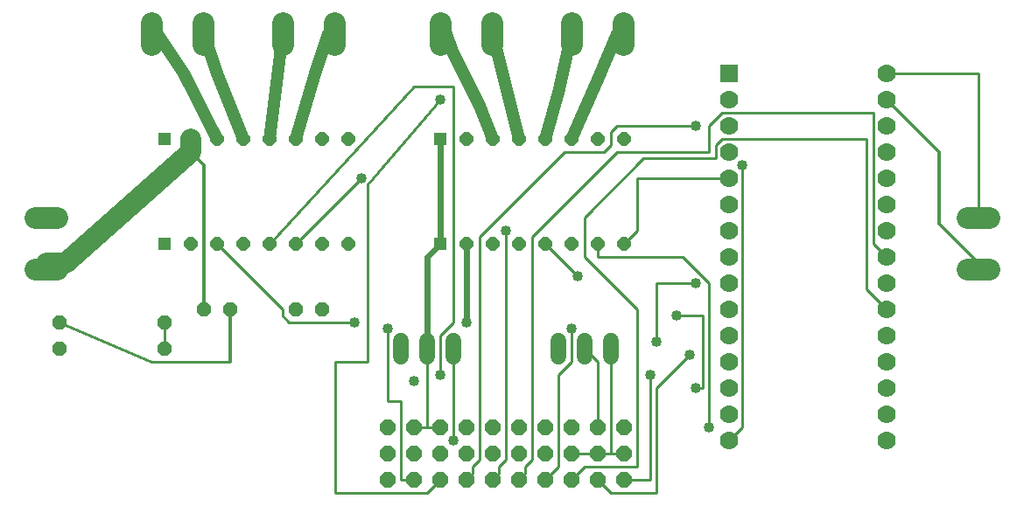
<source format=gbl>
G75*
%MOIN*%
%OFA0B0*%
%FSLAX25Y25*%
%IPPOS*%
%LPD*%
%AMOC8*
5,1,8,0,0,1.08239X$1,22.5*
%
%ADD10OC8,0.05200*%
%ADD11C,0.08250*%
%ADD12C,0.06000*%
%ADD13OC8,0.06000*%
%ADD14R,0.07000X0.07000*%
%ADD15C,0.07000*%
%ADD16R,0.05150X0.05150*%
%ADD17OC8,0.05150*%
%ADD18C,0.04500*%
%ADD19C,0.01000*%
%ADD20C,0.01200*%
%ADD21C,0.02400*%
%ADD22C,0.08000*%
%ADD23C,0.04000*%
D10*
X0051300Y0061000D03*
X0051300Y0071000D03*
X0091300Y0071000D03*
X0106300Y0076000D03*
X0116300Y0076000D03*
X0141300Y0076000D03*
X0151300Y0076000D03*
X0091300Y0061000D03*
D11*
X0050425Y0091157D02*
X0042175Y0091157D01*
X0042175Y0110843D02*
X0050425Y0110843D01*
X0086457Y0176875D02*
X0086457Y0185125D01*
X0106143Y0185125D02*
X0106143Y0176875D01*
X0136457Y0176875D02*
X0136457Y0185125D01*
X0156143Y0185125D02*
X0156143Y0176875D01*
X0196457Y0176875D02*
X0196457Y0185125D01*
X0216143Y0185125D02*
X0216143Y0176875D01*
X0246457Y0176875D02*
X0246457Y0185125D01*
X0266143Y0185125D02*
X0266143Y0176875D01*
X0397175Y0110843D02*
X0405425Y0110843D01*
X0405425Y0091157D02*
X0397175Y0091157D01*
D12*
X0261300Y0064000D02*
X0261300Y0058000D01*
X0251300Y0058000D02*
X0251300Y0064000D01*
X0241300Y0064000D02*
X0241300Y0058000D01*
X0201300Y0058000D02*
X0201300Y0064000D01*
X0191300Y0064000D02*
X0191300Y0058000D01*
X0181300Y0058000D02*
X0181300Y0064000D01*
D13*
X0176300Y0031000D03*
X0186300Y0031000D03*
X0196300Y0031000D03*
X0206300Y0031000D03*
X0216300Y0031000D03*
X0226300Y0031000D03*
X0236300Y0031000D03*
X0246300Y0031000D03*
X0256300Y0031000D03*
X0266300Y0031000D03*
X0266300Y0021000D03*
X0256300Y0021000D03*
X0246300Y0021000D03*
X0236300Y0021000D03*
X0226300Y0021000D03*
X0216300Y0021000D03*
X0206300Y0021000D03*
X0196300Y0021000D03*
X0186300Y0021000D03*
X0176300Y0021000D03*
X0176300Y0011000D03*
X0186300Y0011000D03*
X0196300Y0011000D03*
X0206300Y0011000D03*
X0216300Y0011000D03*
X0226300Y0011000D03*
X0236300Y0011000D03*
X0246300Y0011000D03*
X0256300Y0011000D03*
X0266300Y0011000D03*
D14*
X0306300Y0166000D03*
D15*
X0306300Y0156000D03*
X0306300Y0146000D03*
X0306300Y0136000D03*
X0306300Y0126000D03*
X0306300Y0116000D03*
X0306300Y0106000D03*
X0306300Y0096000D03*
X0306300Y0086000D03*
X0306300Y0076000D03*
X0306300Y0066000D03*
X0306300Y0056000D03*
X0306300Y0046000D03*
X0306300Y0036000D03*
X0306300Y0026000D03*
X0366300Y0026000D03*
X0366300Y0036000D03*
X0366300Y0046000D03*
X0366300Y0056000D03*
X0366300Y0066000D03*
X0366300Y0076000D03*
X0366300Y0086000D03*
X0366300Y0096000D03*
X0366300Y0106000D03*
X0366300Y0116000D03*
X0366300Y0126000D03*
X0366300Y0136000D03*
X0366300Y0146000D03*
X0366300Y0156000D03*
X0366300Y0166000D03*
D16*
X0196300Y0141000D03*
X0196300Y0101000D03*
X0091300Y0101000D03*
X0091300Y0141000D03*
D17*
X0101300Y0141000D03*
X0111300Y0141000D03*
X0121300Y0141000D03*
X0131300Y0141000D03*
X0141300Y0141000D03*
X0151300Y0141000D03*
X0161300Y0141000D03*
X0206300Y0141000D03*
X0216300Y0141000D03*
X0226300Y0141000D03*
X0236300Y0141000D03*
X0246300Y0141000D03*
X0256300Y0141000D03*
X0266300Y0141000D03*
X0266300Y0101000D03*
X0256300Y0101000D03*
X0246300Y0101000D03*
X0236300Y0101000D03*
X0226300Y0101000D03*
X0216300Y0101000D03*
X0206300Y0101000D03*
X0161300Y0101000D03*
X0151300Y0101000D03*
X0141300Y0101000D03*
X0131300Y0101000D03*
X0121300Y0101000D03*
X0111300Y0101000D03*
X0101300Y0101000D03*
D18*
X0111300Y0141000D02*
X0098800Y0166000D01*
X0088800Y0181000D01*
X0106300Y0181000D02*
X0111300Y0166000D01*
X0121300Y0141000D01*
X0131300Y0141000D02*
X0136300Y0181000D01*
X0153800Y0181000D02*
X0148800Y0166000D01*
X0141300Y0141000D01*
X0201300Y0173500D02*
X0198800Y0181000D01*
X0201300Y0173500D02*
X0211300Y0153500D01*
X0216300Y0141000D01*
X0226300Y0141000D02*
X0216300Y0181000D01*
X0246300Y0181000D02*
X0241300Y0158500D01*
X0236300Y0141000D01*
X0246300Y0141000D02*
X0256300Y0163500D01*
X0263800Y0181000D01*
D19*
X0086300Y0056000D02*
X0051300Y0071000D01*
X0086300Y0056000D02*
X0116300Y0056000D01*
X0091300Y0061000D02*
X0091300Y0071000D01*
X0111300Y0101000D02*
X0136300Y0076000D01*
X0136300Y0073500D01*
X0138800Y0071000D01*
X0163800Y0071000D01*
X0176300Y0068500D02*
X0176300Y0041000D01*
X0181300Y0041000D01*
X0181300Y0011000D01*
X0186300Y0011000D01*
X0191300Y0006000D02*
X0156300Y0006000D01*
X0156300Y0056000D01*
X0168800Y0056000D01*
X0168800Y0123500D01*
X0196300Y0156000D01*
X0201300Y0161000D02*
X0186300Y0161000D01*
X0131300Y0101000D01*
X0141300Y0101000D02*
X0166300Y0126000D01*
X0211300Y0103500D02*
X0243800Y0136000D01*
X0258800Y0136000D01*
X0261300Y0138500D01*
X0261300Y0143500D01*
X0263800Y0146000D01*
X0293800Y0146000D01*
X0298800Y0146000D02*
X0303800Y0151000D01*
X0361300Y0151000D01*
X0361300Y0101000D01*
X0366300Y0096000D01*
X0358800Y0083500D02*
X0366300Y0076000D01*
X0358800Y0083500D02*
X0358800Y0141000D01*
X0303800Y0141000D01*
X0301300Y0138500D01*
X0301300Y0133500D01*
X0273800Y0133500D01*
X0251300Y0111000D01*
X0251300Y0096000D01*
X0271300Y0076000D01*
X0271300Y0016000D01*
X0251300Y0016000D01*
X0246300Y0011000D01*
X0256300Y0011000D02*
X0261300Y0006000D01*
X0278800Y0006000D01*
X0278800Y0046000D01*
X0291300Y0058500D01*
X0278800Y0063500D02*
X0278800Y0086000D01*
X0293800Y0086000D01*
X0298800Y0086000D02*
X0288800Y0096000D01*
X0256300Y0096000D01*
X0256300Y0101000D01*
X0266300Y0101000D02*
X0271300Y0106000D01*
X0271300Y0126000D01*
X0306300Y0126000D01*
X0311300Y0131000D02*
X0311300Y0031000D01*
X0306300Y0026000D01*
X0298800Y0031000D02*
X0298800Y0086000D01*
X0296300Y0073500D02*
X0286300Y0073500D01*
X0296300Y0073500D02*
X0296300Y0046000D01*
X0293800Y0046000D01*
X0276300Y0051000D02*
X0276300Y0011000D01*
X0266300Y0011000D01*
X0266300Y0021000D02*
X0261300Y0021000D01*
X0256300Y0021000D01*
X0246300Y0021000D01*
X0241300Y0016000D02*
X0241300Y0051000D01*
X0246300Y0056000D01*
X0246300Y0068500D01*
X0251300Y0061000D02*
X0256300Y0056000D01*
X0256300Y0031000D01*
X0261300Y0021000D02*
X0261300Y0061000D01*
X0248800Y0088500D02*
X0236300Y0101000D01*
X0231300Y0103500D02*
X0263800Y0136000D01*
X0298800Y0136000D01*
X0298800Y0146000D01*
X0266143Y0181000D02*
X0263800Y0181000D01*
X0246457Y0181000D02*
X0246300Y0181000D01*
X0216300Y0181000D02*
X0216143Y0181000D01*
X0198800Y0181000D02*
X0196457Y0181000D01*
X0201300Y0161000D02*
X0201300Y0071000D01*
X0196300Y0066000D01*
X0196300Y0051000D01*
X0191300Y0061000D02*
X0191300Y0031000D01*
X0186300Y0031000D01*
X0191300Y0031000D02*
X0196300Y0031000D01*
X0201300Y0026000D02*
X0201300Y0061000D01*
X0211300Y0103500D02*
X0211300Y0018500D01*
X0208800Y0016000D01*
X0208800Y0013500D01*
X0206300Y0011000D01*
X0216300Y0011000D02*
X0218800Y0013500D01*
X0218800Y0016000D01*
X0221300Y0018500D01*
X0221300Y0106000D01*
X0231300Y0103500D02*
X0231300Y0018500D01*
X0228800Y0016000D01*
X0228800Y0013500D01*
X0226300Y0011000D01*
X0236300Y0011000D02*
X0241300Y0016000D01*
X0196300Y0011000D02*
X0191300Y0006000D01*
X0046300Y0091157D02*
X0046300Y0093500D01*
X0086457Y0181000D02*
X0088800Y0181000D01*
X0106143Y0181000D02*
X0106300Y0181000D01*
X0136300Y0181000D02*
X0136457Y0181000D01*
X0153800Y0181000D02*
X0156143Y0181000D01*
X0366300Y0166000D02*
X0401300Y0166000D01*
X0401300Y0110843D01*
X0401300Y0093500D02*
X0401300Y0091157D01*
D20*
X0401300Y0093500D02*
X0386300Y0108500D01*
X0386300Y0136000D01*
X0366300Y0156000D01*
X0116300Y0076000D02*
X0116300Y0056000D01*
X0106300Y0076000D02*
X0106300Y0131000D01*
X0101300Y0136000D01*
D21*
X0191300Y0096000D02*
X0191300Y0061000D01*
X0206300Y0071000D02*
X0206300Y0101000D01*
X0196300Y0101000D02*
X0191300Y0096000D01*
X0196300Y0101000D02*
X0196300Y0141000D01*
D22*
X0101300Y0141000D02*
X0101300Y0136000D01*
X0053800Y0093500D01*
X0046300Y0093500D01*
D23*
X0163800Y0071000D03*
X0176300Y0068500D03*
X0206300Y0071000D03*
X0196300Y0051000D03*
X0186300Y0048500D03*
X0201300Y0026000D03*
X0276300Y0051000D03*
X0291300Y0058500D03*
X0278800Y0063500D03*
X0286300Y0073500D03*
X0293800Y0086000D03*
X0248800Y0088500D03*
X0246300Y0068500D03*
X0293800Y0046000D03*
X0298800Y0031000D03*
X0221300Y0106000D03*
X0166300Y0126000D03*
X0196300Y0156000D03*
X0293800Y0146000D03*
X0311300Y0131000D03*
M02*

</source>
